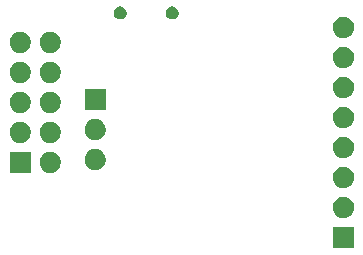
<source format=gbr>
G04 #@! TF.GenerationSoftware,KiCad,Pcbnew,5.1.5-52549c5~84~ubuntu18.04.1*
G04 #@! TF.CreationDate,2019-12-26T11:26:19+01:00*
G04 #@! TF.ProjectId,ch340-breakout,63683334-302d-4627-9265-616b6f75742e,rev?*
G04 #@! TF.SameCoordinates,Original*
G04 #@! TF.FileFunction,Soldermask,Bot*
G04 #@! TF.FilePolarity,Negative*
%FSLAX46Y46*%
G04 Gerber Fmt 4.6, Leading zero omitted, Abs format (unit mm)*
G04 Created by KiCad (PCBNEW 5.1.5-52549c5~84~ubuntu18.04.1) date 2019-12-26 11:26:19*
%MOMM*%
%LPD*%
G04 APERTURE LIST*
%ADD10C,0.150000*%
G04 APERTURE END LIST*
D10*
G36*
X171004800Y-83120800D02*
G01*
X169202800Y-83120800D01*
X169202800Y-81318800D01*
X171004800Y-81318800D01*
X171004800Y-83120800D01*
G37*
G36*
X170217312Y-78783727D02*
G01*
X170366612Y-78813424D01*
X170530584Y-78881344D01*
X170678154Y-78979947D01*
X170803653Y-79105446D01*
X170902256Y-79253016D01*
X170970176Y-79416988D01*
X171004800Y-79591059D01*
X171004800Y-79768541D01*
X170970176Y-79942612D01*
X170902256Y-80106584D01*
X170803653Y-80254154D01*
X170678154Y-80379653D01*
X170530584Y-80478256D01*
X170366612Y-80546176D01*
X170217312Y-80575873D01*
X170192542Y-80580800D01*
X170015058Y-80580800D01*
X169990288Y-80575873D01*
X169840988Y-80546176D01*
X169677016Y-80478256D01*
X169529446Y-80379653D01*
X169403947Y-80254154D01*
X169305344Y-80106584D01*
X169237424Y-79942612D01*
X169202800Y-79768541D01*
X169202800Y-79591059D01*
X169237424Y-79416988D01*
X169305344Y-79253016D01*
X169403947Y-79105446D01*
X169529446Y-78979947D01*
X169677016Y-78881344D01*
X169840988Y-78813424D01*
X169990288Y-78783727D01*
X170015058Y-78778800D01*
X170192542Y-78778800D01*
X170217312Y-78783727D01*
G37*
G36*
X170217312Y-76243727D02*
G01*
X170366612Y-76273424D01*
X170530584Y-76341344D01*
X170678154Y-76439947D01*
X170803653Y-76565446D01*
X170902256Y-76713016D01*
X170970176Y-76876988D01*
X171004800Y-77051059D01*
X171004800Y-77228541D01*
X170970176Y-77402612D01*
X170902256Y-77566584D01*
X170803653Y-77714154D01*
X170678154Y-77839653D01*
X170530584Y-77938256D01*
X170366612Y-78006176D01*
X170217312Y-78035873D01*
X170192542Y-78040800D01*
X170015058Y-78040800D01*
X169990288Y-78035873D01*
X169840988Y-78006176D01*
X169677016Y-77938256D01*
X169529446Y-77839653D01*
X169403947Y-77714154D01*
X169305344Y-77566584D01*
X169237424Y-77402612D01*
X169202800Y-77228541D01*
X169202800Y-77051059D01*
X169237424Y-76876988D01*
X169305344Y-76713016D01*
X169403947Y-76565446D01*
X169529446Y-76439947D01*
X169677016Y-76341344D01*
X169840988Y-76273424D01*
X169990288Y-76243727D01*
X170015058Y-76238800D01*
X170192542Y-76238800D01*
X170217312Y-76243727D01*
G37*
G36*
X143649000Y-76770800D02*
G01*
X141847000Y-76770800D01*
X141847000Y-74968800D01*
X143649000Y-74968800D01*
X143649000Y-76770800D01*
G37*
G36*
X145401512Y-74973727D02*
G01*
X145550812Y-75003424D01*
X145714784Y-75071344D01*
X145862354Y-75169947D01*
X145987853Y-75295446D01*
X146086456Y-75443016D01*
X146154376Y-75606988D01*
X146189000Y-75781059D01*
X146189000Y-75958541D01*
X146154376Y-76132612D01*
X146086456Y-76296584D01*
X145987853Y-76444154D01*
X145862354Y-76569653D01*
X145714784Y-76668256D01*
X145550812Y-76736176D01*
X145401512Y-76765873D01*
X145376742Y-76770800D01*
X145199258Y-76770800D01*
X145174488Y-76765873D01*
X145025188Y-76736176D01*
X144861216Y-76668256D01*
X144713646Y-76569653D01*
X144588147Y-76444154D01*
X144489544Y-76296584D01*
X144421624Y-76132612D01*
X144387000Y-75958541D01*
X144387000Y-75781059D01*
X144421624Y-75606988D01*
X144489544Y-75443016D01*
X144588147Y-75295446D01*
X144713646Y-75169947D01*
X144861216Y-75071344D01*
X145025188Y-75003424D01*
X145174488Y-74973727D01*
X145199258Y-74968800D01*
X145376742Y-74968800D01*
X145401512Y-74973727D01*
G37*
G36*
X149211512Y-74745127D02*
G01*
X149360812Y-74774824D01*
X149524784Y-74842744D01*
X149672354Y-74941347D01*
X149797853Y-75066846D01*
X149896456Y-75214416D01*
X149964376Y-75378388D01*
X149999000Y-75552459D01*
X149999000Y-75729941D01*
X149964376Y-75904012D01*
X149896456Y-76067984D01*
X149797853Y-76215554D01*
X149672354Y-76341053D01*
X149524784Y-76439656D01*
X149360812Y-76507576D01*
X149211512Y-76537273D01*
X149186742Y-76542200D01*
X149009258Y-76542200D01*
X148984488Y-76537273D01*
X148835188Y-76507576D01*
X148671216Y-76439656D01*
X148523646Y-76341053D01*
X148398147Y-76215554D01*
X148299544Y-76067984D01*
X148231624Y-75904012D01*
X148197000Y-75729941D01*
X148197000Y-75552459D01*
X148231624Y-75378388D01*
X148299544Y-75214416D01*
X148398147Y-75066846D01*
X148523646Y-74941347D01*
X148671216Y-74842744D01*
X148835188Y-74774824D01*
X148984488Y-74745127D01*
X149009258Y-74740200D01*
X149186742Y-74740200D01*
X149211512Y-74745127D01*
G37*
G36*
X170217312Y-73703727D02*
G01*
X170366612Y-73733424D01*
X170530584Y-73801344D01*
X170678154Y-73899947D01*
X170803653Y-74025446D01*
X170902256Y-74173016D01*
X170970176Y-74336988D01*
X171004800Y-74511059D01*
X171004800Y-74688541D01*
X170970176Y-74862612D01*
X170902256Y-75026584D01*
X170803653Y-75174154D01*
X170678154Y-75299653D01*
X170530584Y-75398256D01*
X170366612Y-75466176D01*
X170217312Y-75495873D01*
X170192542Y-75500800D01*
X170015058Y-75500800D01*
X169990288Y-75495873D01*
X169840988Y-75466176D01*
X169677016Y-75398256D01*
X169529446Y-75299653D01*
X169403947Y-75174154D01*
X169305344Y-75026584D01*
X169237424Y-74862612D01*
X169202800Y-74688541D01*
X169202800Y-74511059D01*
X169237424Y-74336988D01*
X169305344Y-74173016D01*
X169403947Y-74025446D01*
X169529446Y-73899947D01*
X169677016Y-73801344D01*
X169840988Y-73733424D01*
X169990288Y-73703727D01*
X170015058Y-73698800D01*
X170192542Y-73698800D01*
X170217312Y-73703727D01*
G37*
G36*
X145401512Y-72433727D02*
G01*
X145550812Y-72463424D01*
X145714784Y-72531344D01*
X145862354Y-72629947D01*
X145987853Y-72755446D01*
X146086456Y-72903016D01*
X146154376Y-73066988D01*
X146189000Y-73241059D01*
X146189000Y-73418541D01*
X146154376Y-73592612D01*
X146086456Y-73756584D01*
X145987853Y-73904154D01*
X145862354Y-74029653D01*
X145714784Y-74128256D01*
X145550812Y-74196176D01*
X145401512Y-74225873D01*
X145376742Y-74230800D01*
X145199258Y-74230800D01*
X145174488Y-74225873D01*
X145025188Y-74196176D01*
X144861216Y-74128256D01*
X144713646Y-74029653D01*
X144588147Y-73904154D01*
X144489544Y-73756584D01*
X144421624Y-73592612D01*
X144387000Y-73418541D01*
X144387000Y-73241059D01*
X144421624Y-73066988D01*
X144489544Y-72903016D01*
X144588147Y-72755446D01*
X144713646Y-72629947D01*
X144861216Y-72531344D01*
X145025188Y-72463424D01*
X145174488Y-72433727D01*
X145199258Y-72428800D01*
X145376742Y-72428800D01*
X145401512Y-72433727D01*
G37*
G36*
X142861512Y-72433727D02*
G01*
X143010812Y-72463424D01*
X143174784Y-72531344D01*
X143322354Y-72629947D01*
X143447853Y-72755446D01*
X143546456Y-72903016D01*
X143614376Y-73066988D01*
X143649000Y-73241059D01*
X143649000Y-73418541D01*
X143614376Y-73592612D01*
X143546456Y-73756584D01*
X143447853Y-73904154D01*
X143322354Y-74029653D01*
X143174784Y-74128256D01*
X143010812Y-74196176D01*
X142861512Y-74225873D01*
X142836742Y-74230800D01*
X142659258Y-74230800D01*
X142634488Y-74225873D01*
X142485188Y-74196176D01*
X142321216Y-74128256D01*
X142173646Y-74029653D01*
X142048147Y-73904154D01*
X141949544Y-73756584D01*
X141881624Y-73592612D01*
X141847000Y-73418541D01*
X141847000Y-73241059D01*
X141881624Y-73066988D01*
X141949544Y-72903016D01*
X142048147Y-72755446D01*
X142173646Y-72629947D01*
X142321216Y-72531344D01*
X142485188Y-72463424D01*
X142634488Y-72433727D01*
X142659258Y-72428800D01*
X142836742Y-72428800D01*
X142861512Y-72433727D01*
G37*
G36*
X149211512Y-72205127D02*
G01*
X149360812Y-72234824D01*
X149524784Y-72302744D01*
X149672354Y-72401347D01*
X149797853Y-72526846D01*
X149896456Y-72674416D01*
X149964376Y-72838388D01*
X149999000Y-73012459D01*
X149999000Y-73189941D01*
X149964376Y-73364012D01*
X149896456Y-73527984D01*
X149797853Y-73675554D01*
X149672354Y-73801053D01*
X149524784Y-73899656D01*
X149360812Y-73967576D01*
X149211512Y-73997273D01*
X149186742Y-74002200D01*
X149009258Y-74002200D01*
X148984488Y-73997273D01*
X148835188Y-73967576D01*
X148671216Y-73899656D01*
X148523646Y-73801053D01*
X148398147Y-73675554D01*
X148299544Y-73527984D01*
X148231624Y-73364012D01*
X148197000Y-73189941D01*
X148197000Y-73012459D01*
X148231624Y-72838388D01*
X148299544Y-72674416D01*
X148398147Y-72526846D01*
X148523646Y-72401347D01*
X148671216Y-72302744D01*
X148835188Y-72234824D01*
X148984488Y-72205127D01*
X149009258Y-72200200D01*
X149186742Y-72200200D01*
X149211512Y-72205127D01*
G37*
G36*
X170217312Y-71163727D02*
G01*
X170366612Y-71193424D01*
X170530584Y-71261344D01*
X170678154Y-71359947D01*
X170803653Y-71485446D01*
X170902256Y-71633016D01*
X170970176Y-71796988D01*
X171004800Y-71971059D01*
X171004800Y-72148541D01*
X170970176Y-72322612D01*
X170902256Y-72486584D01*
X170803653Y-72634154D01*
X170678154Y-72759653D01*
X170530584Y-72858256D01*
X170366612Y-72926176D01*
X170217312Y-72955873D01*
X170192542Y-72960800D01*
X170015058Y-72960800D01*
X169990288Y-72955873D01*
X169840988Y-72926176D01*
X169677016Y-72858256D01*
X169529446Y-72759653D01*
X169403947Y-72634154D01*
X169305344Y-72486584D01*
X169237424Y-72322612D01*
X169202800Y-72148541D01*
X169202800Y-71971059D01*
X169237424Y-71796988D01*
X169305344Y-71633016D01*
X169403947Y-71485446D01*
X169529446Y-71359947D01*
X169677016Y-71261344D01*
X169840988Y-71193424D01*
X169990288Y-71163727D01*
X170015058Y-71158800D01*
X170192542Y-71158800D01*
X170217312Y-71163727D01*
G37*
G36*
X142861512Y-69893727D02*
G01*
X143010812Y-69923424D01*
X143174784Y-69991344D01*
X143322354Y-70089947D01*
X143447853Y-70215446D01*
X143546456Y-70363016D01*
X143614376Y-70526988D01*
X143649000Y-70701059D01*
X143649000Y-70878541D01*
X143614376Y-71052612D01*
X143546456Y-71216584D01*
X143447853Y-71364154D01*
X143322354Y-71489653D01*
X143174784Y-71588256D01*
X143010812Y-71656176D01*
X142861512Y-71685873D01*
X142836742Y-71690800D01*
X142659258Y-71690800D01*
X142634488Y-71685873D01*
X142485188Y-71656176D01*
X142321216Y-71588256D01*
X142173646Y-71489653D01*
X142048147Y-71364154D01*
X141949544Y-71216584D01*
X141881624Y-71052612D01*
X141847000Y-70878541D01*
X141847000Y-70701059D01*
X141881624Y-70526988D01*
X141949544Y-70363016D01*
X142048147Y-70215446D01*
X142173646Y-70089947D01*
X142321216Y-69991344D01*
X142485188Y-69923424D01*
X142634488Y-69893727D01*
X142659258Y-69888800D01*
X142836742Y-69888800D01*
X142861512Y-69893727D01*
G37*
G36*
X145401512Y-69893727D02*
G01*
X145550812Y-69923424D01*
X145714784Y-69991344D01*
X145862354Y-70089947D01*
X145987853Y-70215446D01*
X146086456Y-70363016D01*
X146154376Y-70526988D01*
X146189000Y-70701059D01*
X146189000Y-70878541D01*
X146154376Y-71052612D01*
X146086456Y-71216584D01*
X145987853Y-71364154D01*
X145862354Y-71489653D01*
X145714784Y-71588256D01*
X145550812Y-71656176D01*
X145401512Y-71685873D01*
X145376742Y-71690800D01*
X145199258Y-71690800D01*
X145174488Y-71685873D01*
X145025188Y-71656176D01*
X144861216Y-71588256D01*
X144713646Y-71489653D01*
X144588147Y-71364154D01*
X144489544Y-71216584D01*
X144421624Y-71052612D01*
X144387000Y-70878541D01*
X144387000Y-70701059D01*
X144421624Y-70526988D01*
X144489544Y-70363016D01*
X144588147Y-70215446D01*
X144713646Y-70089947D01*
X144861216Y-69991344D01*
X145025188Y-69923424D01*
X145174488Y-69893727D01*
X145199258Y-69888800D01*
X145376742Y-69888800D01*
X145401512Y-69893727D01*
G37*
G36*
X149999000Y-71462200D02*
G01*
X148197000Y-71462200D01*
X148197000Y-69660200D01*
X149999000Y-69660200D01*
X149999000Y-71462200D01*
G37*
G36*
X170217312Y-68623727D02*
G01*
X170366612Y-68653424D01*
X170530584Y-68721344D01*
X170678154Y-68819947D01*
X170803653Y-68945446D01*
X170902256Y-69093016D01*
X170970176Y-69256988D01*
X171004800Y-69431059D01*
X171004800Y-69608541D01*
X170970176Y-69782612D01*
X170902256Y-69946584D01*
X170803653Y-70094154D01*
X170678154Y-70219653D01*
X170530584Y-70318256D01*
X170366612Y-70386176D01*
X170217312Y-70415873D01*
X170192542Y-70420800D01*
X170015058Y-70420800D01*
X169990288Y-70415873D01*
X169840988Y-70386176D01*
X169677016Y-70318256D01*
X169529446Y-70219653D01*
X169403947Y-70094154D01*
X169305344Y-69946584D01*
X169237424Y-69782612D01*
X169202800Y-69608541D01*
X169202800Y-69431059D01*
X169237424Y-69256988D01*
X169305344Y-69093016D01*
X169403947Y-68945446D01*
X169529446Y-68819947D01*
X169677016Y-68721344D01*
X169840988Y-68653424D01*
X169990288Y-68623727D01*
X170015058Y-68618800D01*
X170192542Y-68618800D01*
X170217312Y-68623727D01*
G37*
G36*
X142861512Y-67353727D02*
G01*
X143010812Y-67383424D01*
X143174784Y-67451344D01*
X143322354Y-67549947D01*
X143447853Y-67675446D01*
X143546456Y-67823016D01*
X143614376Y-67986988D01*
X143649000Y-68161059D01*
X143649000Y-68338541D01*
X143614376Y-68512612D01*
X143546456Y-68676584D01*
X143447853Y-68824154D01*
X143322354Y-68949653D01*
X143174784Y-69048256D01*
X143010812Y-69116176D01*
X142861512Y-69145873D01*
X142836742Y-69150800D01*
X142659258Y-69150800D01*
X142634488Y-69145873D01*
X142485188Y-69116176D01*
X142321216Y-69048256D01*
X142173646Y-68949653D01*
X142048147Y-68824154D01*
X141949544Y-68676584D01*
X141881624Y-68512612D01*
X141847000Y-68338541D01*
X141847000Y-68161059D01*
X141881624Y-67986988D01*
X141949544Y-67823016D01*
X142048147Y-67675446D01*
X142173646Y-67549947D01*
X142321216Y-67451344D01*
X142485188Y-67383424D01*
X142634488Y-67353727D01*
X142659258Y-67348800D01*
X142836742Y-67348800D01*
X142861512Y-67353727D01*
G37*
G36*
X145401512Y-67353727D02*
G01*
X145550812Y-67383424D01*
X145714784Y-67451344D01*
X145862354Y-67549947D01*
X145987853Y-67675446D01*
X146086456Y-67823016D01*
X146154376Y-67986988D01*
X146189000Y-68161059D01*
X146189000Y-68338541D01*
X146154376Y-68512612D01*
X146086456Y-68676584D01*
X145987853Y-68824154D01*
X145862354Y-68949653D01*
X145714784Y-69048256D01*
X145550812Y-69116176D01*
X145401512Y-69145873D01*
X145376742Y-69150800D01*
X145199258Y-69150800D01*
X145174488Y-69145873D01*
X145025188Y-69116176D01*
X144861216Y-69048256D01*
X144713646Y-68949653D01*
X144588147Y-68824154D01*
X144489544Y-68676584D01*
X144421624Y-68512612D01*
X144387000Y-68338541D01*
X144387000Y-68161059D01*
X144421624Y-67986988D01*
X144489544Y-67823016D01*
X144588147Y-67675446D01*
X144713646Y-67549947D01*
X144861216Y-67451344D01*
X145025188Y-67383424D01*
X145174488Y-67353727D01*
X145199258Y-67348800D01*
X145376742Y-67348800D01*
X145401512Y-67353727D01*
G37*
G36*
X170217312Y-66083727D02*
G01*
X170366612Y-66113424D01*
X170530584Y-66181344D01*
X170678154Y-66279947D01*
X170803653Y-66405446D01*
X170902256Y-66553016D01*
X170970176Y-66716988D01*
X171004800Y-66891059D01*
X171004800Y-67068541D01*
X170970176Y-67242612D01*
X170902256Y-67406584D01*
X170803653Y-67554154D01*
X170678154Y-67679653D01*
X170530584Y-67778256D01*
X170366612Y-67846176D01*
X170217312Y-67875873D01*
X170192542Y-67880800D01*
X170015058Y-67880800D01*
X169990288Y-67875873D01*
X169840988Y-67846176D01*
X169677016Y-67778256D01*
X169529446Y-67679653D01*
X169403947Y-67554154D01*
X169305344Y-67406584D01*
X169237424Y-67242612D01*
X169202800Y-67068541D01*
X169202800Y-66891059D01*
X169237424Y-66716988D01*
X169305344Y-66553016D01*
X169403947Y-66405446D01*
X169529446Y-66279947D01*
X169677016Y-66181344D01*
X169840988Y-66113424D01*
X169990288Y-66083727D01*
X170015058Y-66078800D01*
X170192542Y-66078800D01*
X170217312Y-66083727D01*
G37*
G36*
X145401512Y-64813727D02*
G01*
X145550812Y-64843424D01*
X145714784Y-64911344D01*
X145862354Y-65009947D01*
X145987853Y-65135446D01*
X146086456Y-65283016D01*
X146154376Y-65446988D01*
X146189000Y-65621059D01*
X146189000Y-65798541D01*
X146154376Y-65972612D01*
X146086456Y-66136584D01*
X145987853Y-66284154D01*
X145862354Y-66409653D01*
X145714784Y-66508256D01*
X145550812Y-66576176D01*
X145401512Y-66605873D01*
X145376742Y-66610800D01*
X145199258Y-66610800D01*
X145174488Y-66605873D01*
X145025188Y-66576176D01*
X144861216Y-66508256D01*
X144713646Y-66409653D01*
X144588147Y-66284154D01*
X144489544Y-66136584D01*
X144421624Y-65972612D01*
X144387000Y-65798541D01*
X144387000Y-65621059D01*
X144421624Y-65446988D01*
X144489544Y-65283016D01*
X144588147Y-65135446D01*
X144713646Y-65009947D01*
X144861216Y-64911344D01*
X145025188Y-64843424D01*
X145174488Y-64813727D01*
X145199258Y-64808800D01*
X145376742Y-64808800D01*
X145401512Y-64813727D01*
G37*
G36*
X142861512Y-64813727D02*
G01*
X143010812Y-64843424D01*
X143174784Y-64911344D01*
X143322354Y-65009947D01*
X143447853Y-65135446D01*
X143546456Y-65283016D01*
X143614376Y-65446988D01*
X143649000Y-65621059D01*
X143649000Y-65798541D01*
X143614376Y-65972612D01*
X143546456Y-66136584D01*
X143447853Y-66284154D01*
X143322354Y-66409653D01*
X143174784Y-66508256D01*
X143010812Y-66576176D01*
X142861512Y-66605873D01*
X142836742Y-66610800D01*
X142659258Y-66610800D01*
X142634488Y-66605873D01*
X142485188Y-66576176D01*
X142321216Y-66508256D01*
X142173646Y-66409653D01*
X142048147Y-66284154D01*
X141949544Y-66136584D01*
X141881624Y-65972612D01*
X141847000Y-65798541D01*
X141847000Y-65621059D01*
X141881624Y-65446988D01*
X141949544Y-65283016D01*
X142048147Y-65135446D01*
X142173646Y-65009947D01*
X142321216Y-64911344D01*
X142485188Y-64843424D01*
X142634488Y-64813727D01*
X142659258Y-64808800D01*
X142836742Y-64808800D01*
X142861512Y-64813727D01*
G37*
G36*
X170217312Y-63543727D02*
G01*
X170366612Y-63573424D01*
X170530584Y-63641344D01*
X170678154Y-63739947D01*
X170803653Y-63865446D01*
X170902256Y-64013016D01*
X170970176Y-64176988D01*
X171004800Y-64351059D01*
X171004800Y-64528541D01*
X170970176Y-64702612D01*
X170902256Y-64866584D01*
X170803653Y-65014154D01*
X170678154Y-65139653D01*
X170530584Y-65238256D01*
X170366612Y-65306176D01*
X170217312Y-65335873D01*
X170192542Y-65340800D01*
X170015058Y-65340800D01*
X169990288Y-65335873D01*
X169840988Y-65306176D01*
X169677016Y-65238256D01*
X169529446Y-65139653D01*
X169403947Y-65014154D01*
X169305344Y-64866584D01*
X169237424Y-64702612D01*
X169202800Y-64528541D01*
X169202800Y-64351059D01*
X169237424Y-64176988D01*
X169305344Y-64013016D01*
X169403947Y-63865446D01*
X169529446Y-63739947D01*
X169677016Y-63641344D01*
X169840988Y-63573424D01*
X169990288Y-63543727D01*
X170015058Y-63538800D01*
X170192542Y-63538800D01*
X170217312Y-63543727D01*
G37*
G36*
X151376721Y-62690774D02*
G01*
X151476995Y-62732309D01*
X151476996Y-62732310D01*
X151567242Y-62792610D01*
X151643990Y-62869358D01*
X151643991Y-62869360D01*
X151704291Y-62959605D01*
X151745826Y-63059879D01*
X151767000Y-63166330D01*
X151767000Y-63274870D01*
X151745826Y-63381321D01*
X151704291Y-63481595D01*
X151704290Y-63481596D01*
X151643990Y-63571842D01*
X151567242Y-63648590D01*
X151521812Y-63678945D01*
X151476995Y-63708891D01*
X151376721Y-63750426D01*
X151270270Y-63771600D01*
X151161730Y-63771600D01*
X151055279Y-63750426D01*
X150955005Y-63708891D01*
X150910188Y-63678945D01*
X150864758Y-63648590D01*
X150788010Y-63571842D01*
X150727710Y-63481596D01*
X150727709Y-63481595D01*
X150686174Y-63381321D01*
X150665000Y-63274870D01*
X150665000Y-63166330D01*
X150686174Y-63059879D01*
X150727709Y-62959605D01*
X150788009Y-62869360D01*
X150788010Y-62869358D01*
X150864758Y-62792610D01*
X150955004Y-62732310D01*
X150955005Y-62732309D01*
X151055279Y-62690774D01*
X151161730Y-62669600D01*
X151270270Y-62669600D01*
X151376721Y-62690774D01*
G37*
G36*
X155776721Y-62690774D02*
G01*
X155876995Y-62732309D01*
X155876996Y-62732310D01*
X155967242Y-62792610D01*
X156043990Y-62869358D01*
X156043991Y-62869360D01*
X156104291Y-62959605D01*
X156145826Y-63059879D01*
X156167000Y-63166330D01*
X156167000Y-63274870D01*
X156145826Y-63381321D01*
X156104291Y-63481595D01*
X156104290Y-63481596D01*
X156043990Y-63571842D01*
X155967242Y-63648590D01*
X155921812Y-63678945D01*
X155876995Y-63708891D01*
X155776721Y-63750426D01*
X155670270Y-63771600D01*
X155561730Y-63771600D01*
X155455279Y-63750426D01*
X155355005Y-63708891D01*
X155310188Y-63678945D01*
X155264758Y-63648590D01*
X155188010Y-63571842D01*
X155127710Y-63481596D01*
X155127709Y-63481595D01*
X155086174Y-63381321D01*
X155065000Y-63274870D01*
X155065000Y-63166330D01*
X155086174Y-63059879D01*
X155127709Y-62959605D01*
X155188009Y-62869360D01*
X155188010Y-62869358D01*
X155264758Y-62792610D01*
X155355004Y-62732310D01*
X155355005Y-62732309D01*
X155455279Y-62690774D01*
X155561730Y-62669600D01*
X155670270Y-62669600D01*
X155776721Y-62690774D01*
G37*
M02*

</source>
